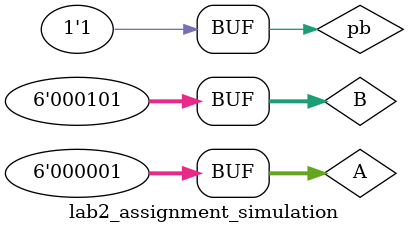
<source format=v>
`timescale 1ns / 1ps


module lab2_assignment_simulation(

    );
    
    reg [5:0] A;
    reg [5:0] B;
    reg pb;
    
    wire [5:0] S;
    wire [6:0] seg;
    wire [3:0] an;
    wire [1:0] T;
    
    lab2_assignment_6bit_adder dut(.A(A[5:0]), .B(B[5:0]), .pb(pb), .S(S[5:0]), .seg(seg[6:0]), .an(an[3:0]), .T(T[1:0]));
    
    initial begin
        A = 6'b000111; B = 6'b001001; pb = 1'b0; #50;
        A = 6'b010011; B = 6'b001101; pb = 1'b0; #50;
        A = 6'b001011; B = 6'b100001; pb = 1'b1; #50;
        A = 6'b101001; B = 6'b010011; pb = 1'b1; #50;
        A = 6'b011011; B = 6'b001010; pb = 1'b0; #50;
        A = 6'b000001; B = 6'b000101; pb = 1'b1; #50;
        
    end
endmodule


</source>
